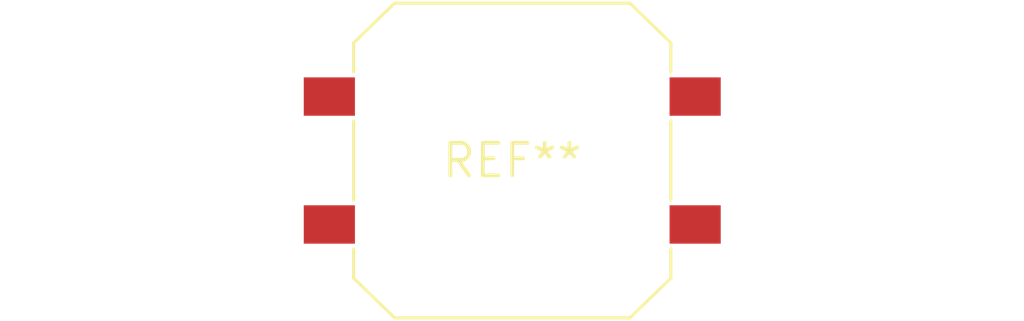
<source format=kicad_pcb>
(kicad_pcb (version 20240108) (generator pcbnew)
  (layers (0 "F.Cu" signal) (31 "B.Cu" signal) (34 "B.Paste" user) (35 "F.Paste" user) (36 "B.SilkS" user "B.Silkscreen") (37 "F.SilkS" user "F.Silkscreen") (38 "B.Mask" user) (39 "F.Mask" user) (44 "Edge.Cuts" user))
  (net 0 "")
  (footprint "SW_Push_1P1T_NO_CK_PTS125Sx43PSMTR" (layer "F.Cu") (at 0 0)
    (property "Reference" "REF**")
    (property "Value" "SW_Push_1P1T_NO_CK_PTS125Sx43PSMTR")
    (fp_line (start -6.2 -4.6) (end -4.6 -6.15) (layer "F.SilkS") (stroke (width 0.12)))
    (fp_line (start -6.2 -3.45) (end -6.2 -4.6) (layer "F.SilkS") (stroke (width 0.12)))
    (fp_line (start -6.2 -1.55) (end -6.2 1.55) (layer "F.SilkS") (stroke (width 0.12)))
    (fp_line (start -6.2 3.45) (end -6.2 4.6) (layer "F.SilkS") (stroke (width 0.12)))
    (fp_line (start -6.2 4.6) (end -4.6 6.15) (layer "F.SilkS") (stroke (width 0.12)))
    (fp_line (start -4.6 -6.15) (end 4.6 -6.15) (layer "F.SilkS") (stroke (width 0.12)))
    (fp_line (start -4.6 6.15) (end 4.6 6.15) (layer "F.SilkS") (stroke (width 0.12)))
    (fp_line (start 4.6 -6.15) (end 6.2 -4.6) (layer "F.SilkS") (stroke (width 0.12)))
    (fp_line (start 4.6 6.15) (end 6.2 4.6) (layer "F.SilkS") (stroke (width 0.12)))
    (fp_line (start 6.2 -3.45) (end 6.2 -4.6) (layer "F.SilkS") (stroke (width 0.12)))
    (fp_line (start 6.2 -1.55) (end 6.2 1.55) (layer "F.SilkS") (stroke (width 0.12)))
    (fp_line (start 6.2 3.45) (end 6.2 4.6) (layer "F.SilkS") (stroke (width 0.12)))
    (pad "" np_thru_hole circle (at 0 -4.5) (size 2 2) (drill 2) (layers *.Cu *.Mask))
    (pad "" np_thru_hole circle (at 0 4.5) (size 2 2) (drill 2) (layers *.Cu *.Mask))
    (pad "1" smd rect (at -7.15 -2.5) (size 2 1.5) (layers "F.Cu" "F.Paste" "F.Mask"))
    (pad "1" smd rect (at 7.15 -2.5) (size 2 1.5) (layers "F.Cu" "F.Paste" "F.Mask"))
    (pad "2" smd rect (at -7.15 2.5) (size 2 1.5) (layers "F.Cu" "F.Paste" "F.Mask"))
    (pad "2" smd rect (at 7.15 2.5) (size 2 1.5) (layers "F.Cu" "F.Paste" "F.Mask"))
  )
)
</source>
